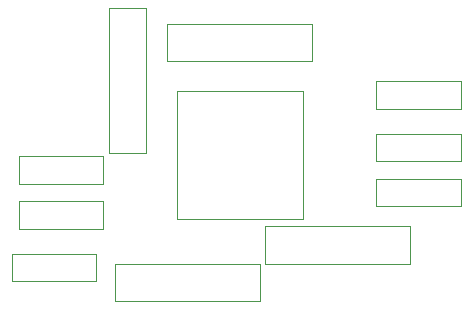
<source format=gbr>
G04 #@! TF.FileFunction,Other,User*
%FSLAX46Y46*%
G04 Gerber Fmt 4.6, Leading zero omitted, Abs format (unit mm)*
G04 Created by KiCad (PCBNEW 4.0.7) date 02/07/19 19:23:19*
%MOMM*%
%LPD*%
G01*
G04 APERTURE LIST*
%ADD10C,0.100000*%
%ADD11C,0.050000*%
G04 APERTURE END LIST*
D10*
D11*
X162680000Y-81400000D02*
X162680000Y-83700000D01*
X162680000Y-83700000D02*
X169830000Y-83700000D01*
X169830000Y-83700000D02*
X169830000Y-81400000D01*
X169830000Y-81400000D02*
X162680000Y-81400000D01*
X139580000Y-93860000D02*
X139580000Y-91560000D01*
X139580000Y-91560000D02*
X132430000Y-91560000D01*
X132430000Y-91560000D02*
X132430000Y-93860000D01*
X132430000Y-93860000D02*
X139580000Y-93860000D01*
X138945000Y-98305000D02*
X138945000Y-96005000D01*
X138945000Y-96005000D02*
X131795000Y-96005000D01*
X131795000Y-96005000D02*
X131795000Y-98305000D01*
X131795000Y-98305000D02*
X138945000Y-98305000D01*
X162680000Y-85845000D02*
X162680000Y-88145000D01*
X162680000Y-88145000D02*
X169830000Y-88145000D01*
X169830000Y-88145000D02*
X169830000Y-85845000D01*
X169830000Y-85845000D02*
X162680000Y-85845000D01*
X153255000Y-93650000D02*
X153255000Y-96850000D01*
X153255000Y-96850000D02*
X165555000Y-96850000D01*
X165555000Y-96850000D02*
X165555000Y-93650000D01*
X165555000Y-93650000D02*
X153255000Y-93650000D01*
X143205000Y-75150000D02*
X140005000Y-75150000D01*
X140005000Y-75150000D02*
X140005000Y-87450000D01*
X140005000Y-87450000D02*
X143205000Y-87450000D01*
X143205000Y-87450000D02*
X143205000Y-75150000D01*
X152815000Y-100025000D02*
X152815000Y-96825000D01*
X152815000Y-96825000D02*
X140515000Y-96825000D01*
X140515000Y-96825000D02*
X140515000Y-100025000D01*
X140515000Y-100025000D02*
X152815000Y-100025000D01*
X157260000Y-79705000D02*
X157260000Y-76505000D01*
X157260000Y-76505000D02*
X144960000Y-76505000D01*
X144960000Y-76505000D02*
X144960000Y-79705000D01*
X144960000Y-79705000D02*
X157260000Y-79705000D01*
X145770000Y-82220000D02*
X145770000Y-93020000D01*
X145770000Y-93020000D02*
X156470000Y-93020000D01*
X156470000Y-93020000D02*
X156470000Y-82220000D01*
X156470000Y-82220000D02*
X145770000Y-82220000D01*
X162680000Y-89655000D02*
X162680000Y-91955000D01*
X162680000Y-91955000D02*
X169830000Y-91955000D01*
X169830000Y-91955000D02*
X169830000Y-89655000D01*
X169830000Y-89655000D02*
X162680000Y-89655000D01*
X139580000Y-90050000D02*
X139580000Y-87750000D01*
X139580000Y-87750000D02*
X132430000Y-87750000D01*
X132430000Y-87750000D02*
X132430000Y-90050000D01*
X132430000Y-90050000D02*
X139580000Y-90050000D01*
M02*

</source>
